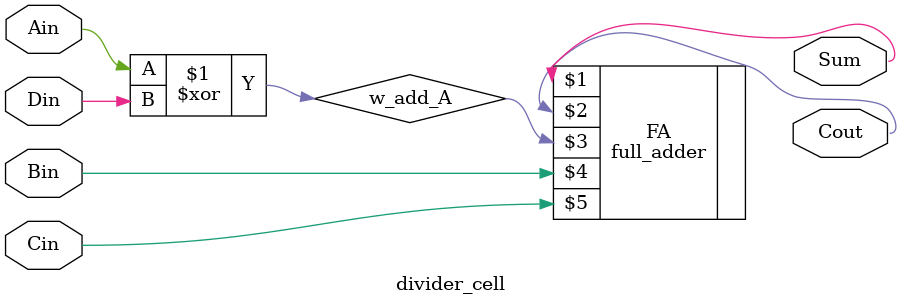
<source format=v>
module divider_cell(Sum, Cout, Din, Bin, Cin, Ain);

    input Ain, Bin, Cin, Din;
    output Sum, Cout;
    
    wire w_add_A;
    xor add_A(w_add_A, Ain, Din);
    full_adder FA(Sum, Cout, w_add_A, Bin, Cin);

endmodule
</source>
